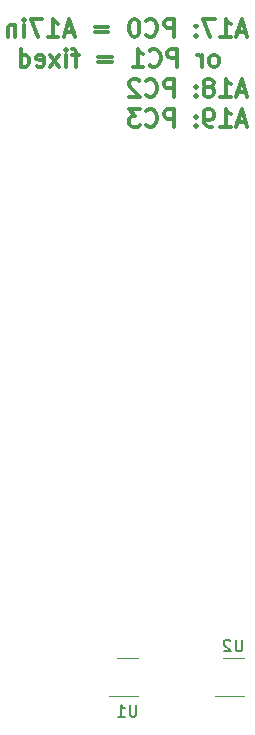
<source format=gbr>
G04 #@! TF.GenerationSoftware,KiCad,Pcbnew,(5.1.5)-2*
G04 #@! TF.CreationDate,2020-04-13T15:56:23+02:00*
G04 #@! TF.ProjectId,kickswitch,6b69636b-7377-4697-9463-682e6b696361,rev?*
G04 #@! TF.SameCoordinates,Original*
G04 #@! TF.FileFunction,Legend,Bot*
G04 #@! TF.FilePolarity,Positive*
%FSLAX46Y46*%
G04 Gerber Fmt 4.6, Leading zero omitted, Abs format (unit mm)*
G04 Created by KiCad (PCBNEW (5.1.5)-2) date 2020-04-13 15:56:23*
%MOMM*%
%LPD*%
G04 APERTURE LIST*
%ADD10C,0.300000*%
%ADD11C,0.120000*%
%ADD12C,0.150000*%
G04 APERTURE END LIST*
D10*
X106473605Y-97511920D02*
X105759320Y-97511920D01*
X106616462Y-97940491D02*
X106116462Y-96440491D01*
X105616462Y-97940491D01*
X104330748Y-97940491D02*
X105187891Y-97940491D01*
X104759320Y-97940491D02*
X104759320Y-96440491D01*
X104902177Y-96654777D01*
X105045034Y-96797634D01*
X105187891Y-96869062D01*
X103830748Y-96440491D02*
X102830748Y-96440491D01*
X103473605Y-97940491D01*
X102259320Y-97797634D02*
X102187891Y-97869062D01*
X102259320Y-97940491D01*
X102330748Y-97869062D01*
X102259320Y-97797634D01*
X102259320Y-97940491D01*
X102259320Y-97011920D02*
X102187891Y-97083348D01*
X102259320Y-97154777D01*
X102330748Y-97083348D01*
X102259320Y-97011920D01*
X102259320Y-97154777D01*
X100402177Y-97940491D02*
X100402177Y-96440491D01*
X99830748Y-96440491D01*
X99687891Y-96511920D01*
X99616462Y-96583348D01*
X99545034Y-96726205D01*
X99545034Y-96940491D01*
X99616462Y-97083348D01*
X99687891Y-97154777D01*
X99830748Y-97226205D01*
X100402177Y-97226205D01*
X98045034Y-97797634D02*
X98116462Y-97869062D01*
X98330748Y-97940491D01*
X98473605Y-97940491D01*
X98687891Y-97869062D01*
X98830748Y-97726205D01*
X98902177Y-97583348D01*
X98973605Y-97297634D01*
X98973605Y-97083348D01*
X98902177Y-96797634D01*
X98830748Y-96654777D01*
X98687891Y-96511920D01*
X98473605Y-96440491D01*
X98330748Y-96440491D01*
X98116462Y-96511920D01*
X98045034Y-96583348D01*
X97116462Y-96440491D02*
X96973605Y-96440491D01*
X96830748Y-96511920D01*
X96759320Y-96583348D01*
X96687891Y-96726205D01*
X96616462Y-97011920D01*
X96616462Y-97369062D01*
X96687891Y-97654777D01*
X96759320Y-97797634D01*
X96830748Y-97869062D01*
X96973605Y-97940491D01*
X97116462Y-97940491D01*
X97259320Y-97869062D01*
X97330748Y-97797634D01*
X97402177Y-97654777D01*
X97473605Y-97369062D01*
X97473605Y-97011920D01*
X97402177Y-96726205D01*
X97330748Y-96583348D01*
X97259320Y-96511920D01*
X97116462Y-96440491D01*
X94830748Y-97154777D02*
X93687891Y-97154777D01*
X93687891Y-97583348D02*
X94830748Y-97583348D01*
X91902177Y-97511920D02*
X91187891Y-97511920D01*
X92045034Y-97940491D02*
X91545034Y-96440491D01*
X91045034Y-97940491D01*
X89759320Y-97940491D02*
X90616462Y-97940491D01*
X90187891Y-97940491D02*
X90187891Y-96440491D01*
X90330748Y-96654777D01*
X90473605Y-96797634D01*
X90616462Y-96869062D01*
X89259320Y-96440491D02*
X88259320Y-96440491D01*
X88902177Y-97940491D01*
X87687891Y-97940491D02*
X87687891Y-96940491D01*
X87687891Y-96440491D02*
X87759320Y-96511920D01*
X87687891Y-96583348D01*
X87616462Y-96511920D01*
X87687891Y-96440491D01*
X87687891Y-96583348D01*
X86973605Y-96940491D02*
X86973605Y-97940491D01*
X86973605Y-97083348D02*
X86902177Y-97011920D01*
X86759320Y-96940491D01*
X86545034Y-96940491D01*
X86402177Y-97011920D01*
X86330748Y-97154777D01*
X86330748Y-97940491D01*
X103902177Y-100490491D02*
X104045034Y-100419062D01*
X104116462Y-100347634D01*
X104187891Y-100204777D01*
X104187891Y-99776205D01*
X104116462Y-99633348D01*
X104045034Y-99561920D01*
X103902177Y-99490491D01*
X103687891Y-99490491D01*
X103545034Y-99561920D01*
X103473605Y-99633348D01*
X103402177Y-99776205D01*
X103402177Y-100204777D01*
X103473605Y-100347634D01*
X103545034Y-100419062D01*
X103687891Y-100490491D01*
X103902177Y-100490491D01*
X102759320Y-100490491D02*
X102759320Y-99490491D01*
X102759320Y-99776205D02*
X102687891Y-99633348D01*
X102616462Y-99561920D01*
X102473605Y-99490491D01*
X102330748Y-99490491D01*
X100687891Y-100490491D02*
X100687891Y-98990491D01*
X100116462Y-98990491D01*
X99973605Y-99061920D01*
X99902177Y-99133348D01*
X99830748Y-99276205D01*
X99830748Y-99490491D01*
X99902177Y-99633348D01*
X99973605Y-99704777D01*
X100116462Y-99776205D01*
X100687891Y-99776205D01*
X98330748Y-100347634D02*
X98402177Y-100419062D01*
X98616462Y-100490491D01*
X98759320Y-100490491D01*
X98973605Y-100419062D01*
X99116462Y-100276205D01*
X99187891Y-100133348D01*
X99259320Y-99847634D01*
X99259320Y-99633348D01*
X99187891Y-99347634D01*
X99116462Y-99204777D01*
X98973605Y-99061920D01*
X98759320Y-98990491D01*
X98616462Y-98990491D01*
X98402177Y-99061920D01*
X98330748Y-99133348D01*
X96902177Y-100490491D02*
X97759320Y-100490491D01*
X97330748Y-100490491D02*
X97330748Y-98990491D01*
X97473605Y-99204777D01*
X97616462Y-99347634D01*
X97759320Y-99419062D01*
X95116462Y-99704777D02*
X93973605Y-99704777D01*
X93973605Y-100133348D02*
X95116462Y-100133348D01*
X92330748Y-99490491D02*
X91759320Y-99490491D01*
X92116462Y-100490491D02*
X92116462Y-99204777D01*
X92045034Y-99061920D01*
X91902177Y-98990491D01*
X91759320Y-98990491D01*
X91259320Y-100490491D02*
X91259320Y-99490491D01*
X91259320Y-98990491D02*
X91330748Y-99061920D01*
X91259320Y-99133348D01*
X91187891Y-99061920D01*
X91259320Y-98990491D01*
X91259320Y-99133348D01*
X90687891Y-100490491D02*
X89902177Y-99490491D01*
X90687891Y-99490491D02*
X89902177Y-100490491D01*
X88759320Y-100419062D02*
X88902177Y-100490491D01*
X89187891Y-100490491D01*
X89330748Y-100419062D01*
X89402177Y-100276205D01*
X89402177Y-99704777D01*
X89330748Y-99561920D01*
X89187891Y-99490491D01*
X88902177Y-99490491D01*
X88759320Y-99561920D01*
X88687891Y-99704777D01*
X88687891Y-99847634D01*
X89402177Y-99990491D01*
X87402177Y-100490491D02*
X87402177Y-98990491D01*
X87402177Y-100419062D02*
X87545034Y-100490491D01*
X87830748Y-100490491D01*
X87973605Y-100419062D01*
X88045034Y-100347634D01*
X88116462Y-100204777D01*
X88116462Y-99776205D01*
X88045034Y-99633348D01*
X87973605Y-99561920D01*
X87830748Y-99490491D01*
X87545034Y-99490491D01*
X87402177Y-99561920D01*
X106473605Y-102611920D02*
X105759320Y-102611920D01*
X106616462Y-103040491D02*
X106116462Y-101540491D01*
X105616462Y-103040491D01*
X104330748Y-103040491D02*
X105187891Y-103040491D01*
X104759320Y-103040491D02*
X104759320Y-101540491D01*
X104902177Y-101754777D01*
X105045034Y-101897634D01*
X105187891Y-101969062D01*
X103473605Y-102183348D02*
X103616462Y-102111920D01*
X103687891Y-102040491D01*
X103759320Y-101897634D01*
X103759320Y-101826205D01*
X103687891Y-101683348D01*
X103616462Y-101611920D01*
X103473605Y-101540491D01*
X103187891Y-101540491D01*
X103045034Y-101611920D01*
X102973605Y-101683348D01*
X102902177Y-101826205D01*
X102902177Y-101897634D01*
X102973605Y-102040491D01*
X103045034Y-102111920D01*
X103187891Y-102183348D01*
X103473605Y-102183348D01*
X103616462Y-102254777D01*
X103687891Y-102326205D01*
X103759320Y-102469062D01*
X103759320Y-102754777D01*
X103687891Y-102897634D01*
X103616462Y-102969062D01*
X103473605Y-103040491D01*
X103187891Y-103040491D01*
X103045034Y-102969062D01*
X102973605Y-102897634D01*
X102902177Y-102754777D01*
X102902177Y-102469062D01*
X102973605Y-102326205D01*
X103045034Y-102254777D01*
X103187891Y-102183348D01*
X102259320Y-102897634D02*
X102187891Y-102969062D01*
X102259320Y-103040491D01*
X102330748Y-102969062D01*
X102259320Y-102897634D01*
X102259320Y-103040491D01*
X102259320Y-102111920D02*
X102187891Y-102183348D01*
X102259320Y-102254777D01*
X102330748Y-102183348D01*
X102259320Y-102111920D01*
X102259320Y-102254777D01*
X100402177Y-103040491D02*
X100402177Y-101540491D01*
X99830748Y-101540491D01*
X99687891Y-101611920D01*
X99616462Y-101683348D01*
X99545034Y-101826205D01*
X99545034Y-102040491D01*
X99616462Y-102183348D01*
X99687891Y-102254777D01*
X99830748Y-102326205D01*
X100402177Y-102326205D01*
X98045034Y-102897634D02*
X98116462Y-102969062D01*
X98330748Y-103040491D01*
X98473605Y-103040491D01*
X98687891Y-102969062D01*
X98830748Y-102826205D01*
X98902177Y-102683348D01*
X98973605Y-102397634D01*
X98973605Y-102183348D01*
X98902177Y-101897634D01*
X98830748Y-101754777D01*
X98687891Y-101611920D01*
X98473605Y-101540491D01*
X98330748Y-101540491D01*
X98116462Y-101611920D01*
X98045034Y-101683348D01*
X97473605Y-101683348D02*
X97402177Y-101611920D01*
X97259320Y-101540491D01*
X96902177Y-101540491D01*
X96759320Y-101611920D01*
X96687891Y-101683348D01*
X96616462Y-101826205D01*
X96616462Y-101969062D01*
X96687891Y-102183348D01*
X97545034Y-103040491D01*
X96616462Y-103040491D01*
X106473605Y-105161920D02*
X105759320Y-105161920D01*
X106616462Y-105590491D02*
X106116462Y-104090491D01*
X105616462Y-105590491D01*
X104330748Y-105590491D02*
X105187891Y-105590491D01*
X104759320Y-105590491D02*
X104759320Y-104090491D01*
X104902177Y-104304777D01*
X105045034Y-104447634D01*
X105187891Y-104519062D01*
X103616462Y-105590491D02*
X103330748Y-105590491D01*
X103187891Y-105519062D01*
X103116462Y-105447634D01*
X102973605Y-105233348D01*
X102902177Y-104947634D01*
X102902177Y-104376205D01*
X102973605Y-104233348D01*
X103045034Y-104161920D01*
X103187891Y-104090491D01*
X103473605Y-104090491D01*
X103616462Y-104161920D01*
X103687891Y-104233348D01*
X103759320Y-104376205D01*
X103759320Y-104733348D01*
X103687891Y-104876205D01*
X103616462Y-104947634D01*
X103473605Y-105019062D01*
X103187891Y-105019062D01*
X103045034Y-104947634D01*
X102973605Y-104876205D01*
X102902177Y-104733348D01*
X102259320Y-105447634D02*
X102187891Y-105519062D01*
X102259320Y-105590491D01*
X102330748Y-105519062D01*
X102259320Y-105447634D01*
X102259320Y-105590491D01*
X102259320Y-104661920D02*
X102187891Y-104733348D01*
X102259320Y-104804777D01*
X102330748Y-104733348D01*
X102259320Y-104661920D01*
X102259320Y-104804777D01*
X100402177Y-105590491D02*
X100402177Y-104090491D01*
X99830748Y-104090491D01*
X99687891Y-104161920D01*
X99616462Y-104233348D01*
X99545034Y-104376205D01*
X99545034Y-104590491D01*
X99616462Y-104733348D01*
X99687891Y-104804777D01*
X99830748Y-104876205D01*
X100402177Y-104876205D01*
X98045034Y-105447634D02*
X98116462Y-105519062D01*
X98330748Y-105590491D01*
X98473605Y-105590491D01*
X98687891Y-105519062D01*
X98830748Y-105376205D01*
X98902177Y-105233348D01*
X98973605Y-104947634D01*
X98973605Y-104733348D01*
X98902177Y-104447634D01*
X98830748Y-104304777D01*
X98687891Y-104161920D01*
X98473605Y-104090491D01*
X98330748Y-104090491D01*
X98116462Y-104161920D01*
X98045034Y-104233348D01*
X97545034Y-104090491D02*
X96616462Y-104090491D01*
X97116462Y-104661920D01*
X96902177Y-104661920D01*
X96759320Y-104733348D01*
X96687891Y-104804777D01*
X96616462Y-104947634D01*
X96616462Y-105304777D01*
X96687891Y-105447634D01*
X96759320Y-105519062D01*
X96902177Y-105590491D01*
X97330748Y-105590491D01*
X97473605Y-105519062D01*
X97545034Y-105447634D01*
D11*
X95548880Y-150551240D02*
X97348880Y-150551240D01*
X97348880Y-153771240D02*
X94898880Y-153771240D01*
X104545560Y-150551240D02*
X106345560Y-150551240D01*
X106345560Y-153771240D02*
X103895560Y-153771240D01*
D12*
X97210784Y-154513620D02*
X97210784Y-155323144D01*
X97163165Y-155418382D01*
X97115546Y-155466001D01*
X97020308Y-155513620D01*
X96829832Y-155513620D01*
X96734594Y-155466001D01*
X96686975Y-155418382D01*
X96639356Y-155323144D01*
X96639356Y-154513620D01*
X95639356Y-155513620D02*
X96210784Y-155513620D01*
X95925070Y-155513620D02*
X95925070Y-154513620D01*
X96020308Y-154656478D01*
X96115546Y-154751716D01*
X96210784Y-154799335D01*
X106179524Y-148987260D02*
X106179524Y-149796784D01*
X106131905Y-149892022D01*
X106084286Y-149939641D01*
X105989048Y-149987260D01*
X105798572Y-149987260D01*
X105703334Y-149939641D01*
X105655715Y-149892022D01*
X105608096Y-149796784D01*
X105608096Y-148987260D01*
X105179524Y-149082499D02*
X105131905Y-149034880D01*
X105036667Y-148987260D01*
X104798572Y-148987260D01*
X104703334Y-149034880D01*
X104655715Y-149082499D01*
X104608096Y-149177737D01*
X104608096Y-149272975D01*
X104655715Y-149415832D01*
X105227143Y-149987260D01*
X104608096Y-149987260D01*
M02*

</source>
